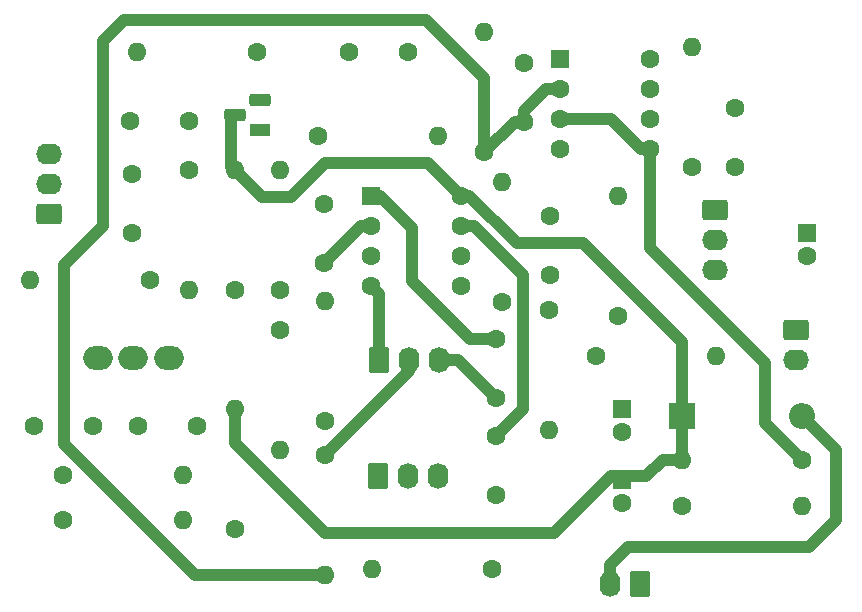
<source format=gbr>
%TF.GenerationSoftware,KiCad,Pcbnew,9.0.0*%
%TF.CreationDate,2026-01-13T09:09:24+00:00*%
%TF.ProjectId,GuitarMixer,47756974-6172-44d6-9978-65722e6b6963,V1.2*%
%TF.SameCoordinates,Original*%
%TF.FileFunction,Copper,L1,Top*%
%TF.FilePolarity,Positive*%
%FSLAX46Y46*%
G04 Gerber Fmt 4.6, Leading zero omitted, Abs format (unit mm)*
G04 Created by KiCad (PCBNEW 9.0.0) date 2026-01-13 09:09:24*
%MOMM*%
%LPD*%
G01*
G04 APERTURE LIST*
G04 Aperture macros list*
%AMRoundRect*
0 Rectangle with rounded corners*
0 $1 Rounding radius*
0 $2 $3 $4 $5 $6 $7 $8 $9 X,Y pos of 4 corners*
0 Add a 4 corners polygon primitive as box body*
4,1,4,$2,$3,$4,$5,$6,$7,$8,$9,$2,$3,0*
0 Add four circle primitives for the rounded corners*
1,1,$1+$1,$2,$3*
1,1,$1+$1,$4,$5*
1,1,$1+$1,$6,$7*
1,1,$1+$1,$8,$9*
0 Add four rect primitives between the rounded corners*
20,1,$1+$1,$2,$3,$4,$5,0*
20,1,$1+$1,$4,$5,$6,$7,0*
20,1,$1+$1,$6,$7,$8,$9,0*
20,1,$1+$1,$8,$9,$2,$3,0*%
G04 Aperture macros list end*
%TA.AperFunction,ComponentPad*%
%ADD10C,1.600000*%
%TD*%
%TA.AperFunction,ComponentPad*%
%ADD11O,1.600000X1.600000*%
%TD*%
%TA.AperFunction,ComponentPad*%
%ADD12R,1.600000X1.600000*%
%TD*%
%TA.AperFunction,ComponentPad*%
%ADD13RoundRect,0.250000X-0.620000X-0.845000X0.620000X-0.845000X0.620000X0.845000X-0.620000X0.845000X0*%
%TD*%
%TA.AperFunction,ComponentPad*%
%ADD14O,1.740000X2.190000*%
%TD*%
%TA.AperFunction,ComponentPad*%
%ADD15RoundRect,0.250000X0.845000X-0.620000X0.845000X0.620000X-0.845000X0.620000X-0.845000X-0.620000X0*%
%TD*%
%TA.AperFunction,ComponentPad*%
%ADD16O,2.190000X1.740000*%
%TD*%
%TA.AperFunction,ComponentPad*%
%ADD17R,1.800000X1.100000*%
%TD*%
%TA.AperFunction,ComponentPad*%
%ADD18RoundRect,0.275000X0.625000X-0.275000X0.625000X0.275000X-0.625000X0.275000X-0.625000X-0.275000X0*%
%TD*%
%TA.AperFunction,ComponentPad*%
%ADD19RoundRect,0.250000X-0.845000X0.620000X-0.845000X-0.620000X0.845000X-0.620000X0.845000X0.620000X0*%
%TD*%
%TA.AperFunction,ComponentPad*%
%ADD20O,2.500000X2.000000*%
%TD*%
%TA.AperFunction,ComponentPad*%
%ADD21RoundRect,0.250000X-0.550000X-0.550000X0.550000X-0.550000X0.550000X0.550000X-0.550000X0.550000X0*%
%TD*%
%TA.AperFunction,ComponentPad*%
%ADD22R,2.200000X2.200000*%
%TD*%
%TA.AperFunction,ComponentPad*%
%ADD23O,2.200000X2.200000*%
%TD*%
%TA.AperFunction,ComponentPad*%
%ADD24RoundRect,0.250000X0.620000X0.845000X-0.620000X0.845000X-0.620000X-0.845000X0.620000X-0.845000X0*%
%TD*%
%TA.AperFunction,Conductor*%
%ADD25C,1.000000*%
%TD*%
G04 APERTURE END LIST*
D10*
%TO.P,R3,1*%
%TO.N,Net-(J6-Pin_1)*%
X161800000Y-68700000D03*
D11*
%TO.P,R3,2*%
%TO.N,Net-(C2-Pad2)*%
X161800000Y-58540000D03*
%TD*%
D10*
%TO.P,R5,1*%
%TO.N,+4V*%
X171080000Y-93500000D03*
D11*
%TO.P,R5,2*%
%TO.N,+9VA*%
X160920000Y-93500000D03*
%TD*%
D10*
%TO.P,C1,1*%
%TO.N,Net-(U2A--)*%
X147600000Y-64900000D03*
%TO.P,C1,2*%
%TO.N,Net-(C1-Pad2)*%
X147600000Y-59900000D03*
%TD*%
%TO.P,C2,1*%
%TO.N,Net-(J6-Pin_1)*%
X165400000Y-68700000D03*
%TO.P,C2,2*%
%TO.N,Net-(C2-Pad2)*%
X165400000Y-63700000D03*
%TD*%
D12*
%TO.P,C5,1*%
%TO.N,+4V*%
X155900000Y-89200000D03*
D10*
%TO.P,C5,2*%
%TO.N,Earth*%
X155900000Y-91200000D03*
%TD*%
D12*
%TO.P,C3,1*%
%TO.N,Net-(C2-Pad2)*%
X171500000Y-74300000D03*
D10*
%TO.P,C3,2*%
%TO.N,Net-(J5-Pin_2)*%
X171500000Y-76300000D03*
%TD*%
%TO.P,R201,1*%
%TO.N,Net-(C202-Pad2)*%
X108520000Y-94800000D03*
D11*
%TO.P,R201,2*%
%TO.N,Earth*%
X118680000Y-94800000D03*
%TD*%
D12*
%TO.P,C4,1*%
%TO.N,+9VA*%
X155900000Y-95200000D03*
D10*
%TO.P,C4,2*%
%TO.N,Earth*%
X155900000Y-97200000D03*
%TD*%
D13*
%TO.P,J3,1,Pin_1*%
%TO.N,Earth*%
X135220000Y-94900000D03*
D14*
%TO.P,J3,2,Pin_2*%
%TO.N,Net-(J3-Pin_2)*%
X137760000Y-94900000D03*
%TO.P,J3,3,Pin_3*%
%TO.N,Net-(J3-Pin_3)*%
X140300000Y-94900000D03*
%TD*%
D10*
%TO.P,C102,1*%
%TO.N,Net-(J1-Pin_3)*%
X114200000Y-64800000D03*
%TO.P,C102,2*%
%TO.N,Net-(Q1-G)*%
X119200000Y-64800000D03*
%TD*%
%TO.P,R204,1*%
%TO.N,Net-(U1B-+)*%
X123100000Y-99380000D03*
D11*
%TO.P,R204,2*%
%TO.N,+9VA*%
X123100000Y-89220000D03*
%TD*%
D10*
%TO.P,C205,1*%
%TO.N,Net-(C204-Pad2)*%
X145200000Y-91500000D03*
%TO.P,C205,2*%
%TO.N,Net-(J3-Pin_3)*%
X145200000Y-96500000D03*
%TD*%
%TO.P,R107,1*%
%TO.N,Net-(U1A--)*%
X126900000Y-79160000D03*
D11*
%TO.P,R107,2*%
%TO.N,Net-(C104-Pad2)*%
X126900000Y-69000000D03*
%TD*%
D15*
%TO.P,J1,1,Pin_1*%
%TO.N,Earth*%
X107320000Y-72740000D03*
D16*
%TO.P,J1,2,Pin_2*%
%TO.N,Net-(J1-Pin_2)*%
X107320000Y-70200000D03*
%TO.P,J1,3,Pin_3*%
%TO.N,Net-(J1-Pin_3)*%
X107320000Y-67660000D03*
%TD*%
D10*
%TO.P,R1,1*%
%TO.N,Net-(U2A--)*%
X144200000Y-67500000D03*
D11*
%TO.P,R1,2*%
%TO.N,Net-(C1-Pad2)*%
X144200000Y-57340000D03*
%TD*%
D10*
%TO.P,R108,1*%
%TO.N,Net-(J2-Pin_2)*%
X130700000Y-93100000D03*
D11*
%TO.P,R108,2*%
%TO.N,Net-(U2A--)*%
X130700000Y-103260000D03*
%TD*%
D10*
%TO.P,C203,1*%
%TO.N,Net-(C202-Pad2)*%
X114880000Y-90700000D03*
%TO.P,C203,2*%
%TO.N,Net-(U1B-+)*%
X119880000Y-90700000D03*
%TD*%
D13*
%TO.P,J2,1,Pin_1*%
%TO.N,Earth*%
X135260000Y-85100000D03*
D14*
%TO.P,J2,2,Pin_2*%
%TO.N,Net-(J2-Pin_2)*%
X137800000Y-85100000D03*
%TO.P,J2,3,Pin_3*%
%TO.N,Net-(J2-Pin_3)*%
X140340000Y-85100000D03*
%TD*%
D10*
%TO.P,C105,1*%
%TO.N,Net-(C104-Pad2)*%
X145200000Y-83300000D03*
%TO.P,C105,2*%
%TO.N,Net-(J2-Pin_3)*%
X145200000Y-88300000D03*
%TD*%
%TO.P,R102,1*%
%TO.N,Net-(Q1-S)*%
X124980000Y-59000000D03*
D11*
%TO.P,R102,2*%
%TO.N,Earth*%
X114820000Y-59000000D03*
%TD*%
D17*
%TO.P,Q1,1,S*%
%TO.N,Net-(Q1-S)*%
X125200000Y-65640000D03*
D18*
%TO.P,Q1,2,D*%
%TO.N,+9VA*%
X123130000Y-64370000D03*
%TO.P,Q1,3,G*%
%TO.N,Net-(Q1-G)*%
X125200000Y-63100000D03*
%TD*%
D10*
%TO.P,R2,1*%
%TO.N,Net-(J6-Pin_3)*%
X155500000Y-81360000D03*
D11*
%TO.P,R2,2*%
%TO.N,Net-(C1-Pad2)*%
X155500000Y-71200000D03*
%TD*%
D10*
%TO.P,R208,1*%
%TO.N,Net-(J3-Pin_2)*%
X144880000Y-102800000D03*
D11*
%TO.P,R208,2*%
%TO.N,Net-(U2A--)*%
X134720000Y-102800000D03*
%TD*%
D10*
%TO.P,R1011,1*%
%TO.N,Net-(Q1-G)*%
X119200000Y-69000000D03*
D11*
%TO.P,R1011,2*%
%TO.N,Net-(SW1-B)*%
X119200000Y-79160000D03*
%TD*%
D10*
%TO.P,R103,1*%
%TO.N,Net-(C103-Pad2)*%
X130140000Y-66100000D03*
D11*
%TO.P,R103,2*%
%TO.N,Net-(U1A-+)*%
X140300000Y-66100000D03*
%TD*%
D19*
%TO.P,J5,1,Pin_1*%
%TO.N,Earth*%
X170600000Y-82500000D03*
D16*
%TO.P,J5,2,Pin_2*%
%TO.N,Net-(J5-Pin_2)*%
X170600000Y-85040000D03*
%TD*%
D19*
%TO.P,J6,1,Pin_1*%
%TO.N,Net-(J6-Pin_1)*%
X163700000Y-72400000D03*
D16*
%TO.P,J6,2,Pin_2*%
X163700000Y-74940000D03*
%TO.P,J6,3,Pin_3*%
%TO.N,Net-(J6-Pin_3)*%
X163700000Y-77480000D03*
%TD*%
D10*
%TO.P,R207,1*%
%TO.N,Net-(U1B--)*%
X145700000Y-80160000D03*
D11*
%TO.P,R207,2*%
%TO.N,Net-(C204-Pad2)*%
X145700000Y-70000000D03*
%TD*%
D10*
%TO.P,C103,1*%
%TO.N,Net-(Q1-S)*%
X132720000Y-59000000D03*
%TO.P,C103,2*%
%TO.N,Net-(C103-Pad2)*%
X137720000Y-59000000D03*
%TD*%
D20*
%TO.P,SW1,1,A*%
%TO.N,Earth*%
X111500000Y-84900000D03*
%TO.P,SW1,2,B*%
%TO.N,Net-(SW1-B)*%
X114500000Y-84900000D03*
%TO.P,SW1,3*%
%TO.N,N/C*%
X117500000Y-84900000D03*
%TD*%
D10*
%TO.P,C204,1*%
%TO.N,Net-(U1B--)*%
X149800000Y-77900000D03*
%TO.P,C204,2*%
%TO.N,Net-(C204-Pad2)*%
X149800000Y-72900000D03*
%TD*%
D21*
%TO.P,U2,1*%
%TO.N,Net-(C1-Pad2)*%
X150580000Y-59600000D03*
D10*
%TO.P,U2,2,-*%
%TO.N,Net-(U2A--)*%
X150580000Y-62140000D03*
%TO.P,U2,3,+*%
%TO.N,+4V*%
X150580000Y-64680000D03*
%TO.P,U2,4,V-*%
%TO.N,Earth*%
X150580000Y-67220000D03*
%TO.P,U2,5,+*%
%TO.N,+4V*%
X158200000Y-67220000D03*
%TO.P,U2,6,-*%
%TO.N,Net-(J6-Pin_1)*%
X158200000Y-64680000D03*
%TO.P,U2,7*%
%TO.N,Net-(C2-Pad2)*%
X158200000Y-62140000D03*
%TO.P,U2,8,V+*%
%TO.N,+9VA*%
X158200000Y-59600000D03*
%TD*%
%TO.P,R1012,1*%
%TO.N,Net-(SW1-B)*%
X115900000Y-78300000D03*
D11*
%TO.P,R1012,2*%
%TO.N,Earth*%
X105740000Y-78300000D03*
%TD*%
D10*
%TO.P,R206,1*%
%TO.N,Net-(U1B--)*%
X149700000Y-80800000D03*
D11*
%TO.P,R206,2*%
%TO.N,Earth*%
X149700000Y-90960000D03*
%TD*%
D22*
%TO.P,D1,1,K*%
%TO.N,+9VA*%
X160920000Y-89800000D03*
D23*
%TO.P,D1,2,A*%
%TO.N,+9V*%
X171080000Y-89800000D03*
%TD*%
D21*
%TO.P,U1,1*%
%TO.N,Net-(C104-Pad2)*%
X134600000Y-71200000D03*
D10*
%TO.P,U1,2,-*%
%TO.N,Net-(U1A--)*%
X134600000Y-73740000D03*
%TO.P,U1,3,+*%
%TO.N,Net-(U1A-+)*%
X134600000Y-76280000D03*
%TO.P,U1,4,V-*%
%TO.N,Earth*%
X134600000Y-78820000D03*
%TO.P,U1,5,+*%
%TO.N,Net-(U1B-+)*%
X142220000Y-78820000D03*
%TO.P,U1,6,-*%
%TO.N,Net-(U1B--)*%
X142220000Y-76280000D03*
%TO.P,U1,7*%
%TO.N,Net-(C204-Pad2)*%
X142220000Y-73740000D03*
%TO.P,U1,8,V+*%
%TO.N,+9VA*%
X142220000Y-71200000D03*
%TD*%
%TO.P,R6,1*%
%TO.N,Earth*%
X160920000Y-97400000D03*
D11*
%TO.P,R6,2*%
%TO.N,+4V*%
X171080000Y-97400000D03*
%TD*%
D24*
%TO.P,J4,1,Pin_1*%
%TO.N,Earth*%
X157370000Y-104080000D03*
D14*
%TO.P,J4,2,Pin_2*%
%TO.N,+9V*%
X154830000Y-104080000D03*
%TD*%
D10*
%TO.P,R104,1*%
%TO.N,Net-(U1A-+)*%
X123100000Y-79160000D03*
D11*
%TO.P,R104,2*%
%TO.N,+9VA*%
X123100000Y-69000000D03*
%TD*%
D10*
%TO.P,R205,1*%
%TO.N,Earth*%
X108520000Y-98600000D03*
D11*
%TO.P,R205,2*%
%TO.N,Net-(U1B-+)*%
X118680000Y-98600000D03*
%TD*%
D10*
%TO.P,R105,1*%
%TO.N,Earth*%
X130700000Y-90260000D03*
D11*
%TO.P,R105,2*%
%TO.N,Net-(U1A-+)*%
X130700000Y-80100000D03*
%TD*%
D10*
%TO.P,R106,1*%
%TO.N,Net-(U1A--)*%
X126900000Y-82500000D03*
D11*
%TO.P,R106,2*%
%TO.N,Earth*%
X126900000Y-92660000D03*
%TD*%
D10*
%TO.P,C104,1*%
%TO.N,Net-(U1A--)*%
X130600000Y-76900000D03*
%TO.P,C104,2*%
%TO.N,Net-(C104-Pad2)*%
X130600000Y-71900000D03*
%TD*%
%TO.P,C101,1*%
%TO.N,Net-(J1-Pin_3)*%
X114400000Y-69300000D03*
%TO.P,C101,2*%
%TO.N,Earth*%
X114400000Y-74300000D03*
%TD*%
%TO.P,C202,1*%
%TO.N,Net-(J1-Pin_2)*%
X106080000Y-90700000D03*
%TO.P,C202,2*%
%TO.N,Net-(C202-Pad2)*%
X111080000Y-90700000D03*
%TD*%
%TO.P,R4,1*%
%TO.N,Earth*%
X153620000Y-84700000D03*
D11*
%TO.P,R4,2*%
%TO.N,Net-(J5-Pin_2)*%
X163780000Y-84700000D03*
%TD*%
D25*
%TO.N,Net-(U2A--)*%
X150580000Y-62140000D02*
X149448630Y-62140000D01*
X147600000Y-63988630D02*
X147600000Y-64900000D01*
X147600000Y-64900000D02*
X146800000Y-64900000D01*
X119695001Y-103260000D02*
X108600000Y-92164999D01*
X149448630Y-62140000D02*
X147600000Y-63988630D01*
X144200000Y-61200000D02*
X144200000Y-67500000D01*
X113700000Y-56300000D02*
X139300000Y-56300000D01*
X146800000Y-64900000D02*
X144200000Y-67500000D01*
X108600000Y-77062000D02*
X111900000Y-73762000D01*
X130700000Y-103260000D02*
X119695001Y-103260000D01*
X111900000Y-73762000D02*
X111900000Y-58100000D01*
X139300000Y-56300000D02*
X144200000Y-61200000D01*
X108600000Y-92164999D02*
X108600000Y-77062000D01*
X111900000Y-58100000D02*
X113700000Y-56300000D01*
%TO.N,+9VA*%
X123100000Y-69000000D02*
X122799000Y-68699000D01*
X146935106Y-75201000D02*
X142934106Y-71200000D01*
X160920000Y-83525894D02*
X152595106Y-75201000D01*
X130685894Y-99700000D02*
X150145894Y-99700000D01*
X123100000Y-92114106D02*
X130685894Y-99700000D01*
X159300000Y-93500000D02*
X160920000Y-93500000D01*
X160920000Y-89800000D02*
X160920000Y-83525894D01*
X152595106Y-75201000D02*
X146935106Y-75201000D01*
X142934106Y-71200000D02*
X142220000Y-71200000D01*
X139421000Y-68401000D02*
X130753106Y-68401000D01*
X160920000Y-89800000D02*
X160920000Y-93500000D01*
X157901000Y-94899000D02*
X159300000Y-93500000D01*
X125401000Y-71301000D02*
X123100000Y-69000000D01*
X127853106Y-71301000D02*
X125401000Y-71301000D01*
X150145894Y-99700000D02*
X154946894Y-94899000D01*
X154946894Y-94899000D02*
X157901000Y-94899000D01*
X142220000Y-71200000D02*
X139421000Y-68401000D01*
X123100000Y-89220000D02*
X123100000Y-92114106D01*
X122799000Y-68699000D02*
X122799000Y-64370000D01*
X130753106Y-68401000D02*
X127853106Y-71301000D01*
%TO.N,Earth*%
X135260000Y-84720000D02*
X135260000Y-79480000D01*
X135260000Y-79480000D02*
X134600000Y-78820000D01*
%TO.N,+4V*%
X150580000Y-64680000D02*
X154945894Y-64680000D01*
X158200000Y-75558100D02*
X168004000Y-85362100D01*
X158200000Y-67220000D02*
X158200000Y-75558100D01*
X157485894Y-67220000D02*
X158200000Y-67220000D01*
X168004000Y-90424000D02*
X171080000Y-93500000D01*
X154945894Y-64680000D02*
X157485894Y-67220000D01*
X168004000Y-85362100D02*
X168004000Y-90424000D01*
%TO.N,Net-(C104-Pad2)*%
X138100000Y-78400000D02*
X138100000Y-73900000D01*
X145200000Y-83300000D02*
X143000000Y-83300000D01*
X135400000Y-71200000D02*
X134600000Y-71200000D01*
X138100000Y-73900000D02*
X135400000Y-71200000D01*
X143000000Y-83300000D02*
X138100000Y-78400000D01*
%TO.N,Net-(U1A--)*%
X133760000Y-73740000D02*
X134600000Y-73740000D01*
X130600000Y-76900000D02*
X133760000Y-73740000D01*
%TO.N,Net-(J2-Pin_3)*%
X142000000Y-85100000D02*
X145200000Y-88300000D01*
X140340000Y-85100000D02*
X142000000Y-85100000D01*
%TO.N,Net-(C204-Pad2)*%
X143351370Y-73740000D02*
X142220000Y-73740000D01*
X145200000Y-91500000D02*
X147501000Y-89199000D01*
X147501000Y-77889630D02*
X143351370Y-73740000D01*
X147501000Y-89199000D02*
X147501000Y-77889630D01*
%TO.N,+9V*%
X171080000Y-89800000D02*
X174000000Y-92720000D01*
X156365000Y-100900000D02*
X154830000Y-102435000D01*
X154830000Y-102435000D02*
X154830000Y-104080000D01*
X171700000Y-100900000D02*
X156365000Y-100900000D01*
X174000000Y-98600000D02*
X171700000Y-100900000D01*
X174000000Y-92720000D02*
X174000000Y-98600000D01*
%TO.N,Net-(J2-Pin_2)*%
X137800000Y-86000000D02*
X137800000Y-85100000D01*
X130700000Y-93100000D02*
X137800000Y-86000000D01*
%TD*%
M02*

</source>
